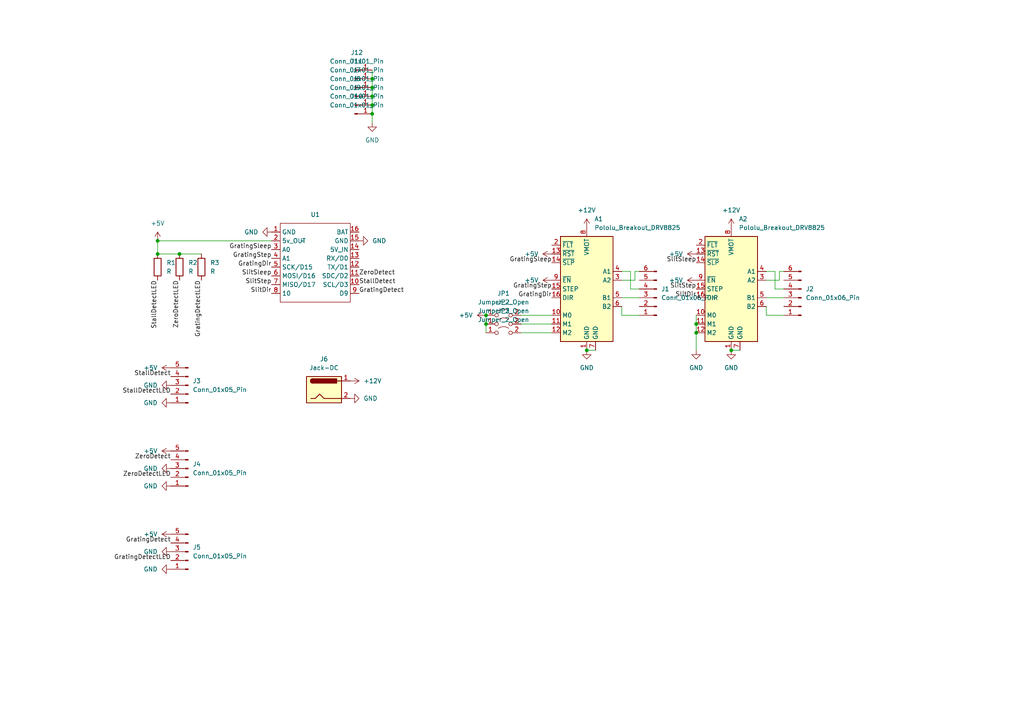
<source format=kicad_sch>
(kicad_sch (version 20230121) (generator eeschema)
  (paper "A4")
  (lib_symbols
    (symbol "Connector:Conn_01x01_Pin" (pin_names (offset 1.016) hide)
      (property "Reference" "J" (at 0 2.54 0))
      (property "Value" "Conn_01x01_Pin" (at 0 -2.54 0))
      (symbol "Conn_01x01_Pin_1_1"
        (polyline (pts (xy 1.27 0) (xy 0.8636 0)) (stroke (width 0.1524)))
        (rectangle (start 0.8636 0.127) (end 0 -0.127) (stroke (width 0.1524)) (fill (type outline)))
        (pin passive line (at 5.08 0 180) (length 3.81) (name "Pin_1") (number "1"))
      )
    )
    (symbol "Connector:Conn_01x05_Pin" (pin_names (offset 1.016) hide)
      (property "Reference" "J" (at 0 7.62 0))
      (property "Value" "Conn_01x05_Pin" (at 0 -7.62 0))
      (symbol "Conn_01x05_Pin_1_1"
        (polyline (pts (xy 1.27 -5.08) (xy 0.8636 -5.08)) (stroke (width 0.1524)))
        (polyline (pts (xy 1.27 -2.54) (xy 0.8636 -2.54)) (stroke (width 0.1524)))
        (polyline (pts (xy 1.27 0) (xy 0.8636 0)) (stroke (width 0.1524)))
        (polyline (pts (xy 1.27 2.54) (xy 0.8636 2.54)) (stroke (width 0.1524)))
        (polyline (pts (xy 1.27 5.08) (xy 0.8636 5.08)) (stroke (width 0.1524)))
        (rectangle (start 0.8636 -4.953) (end 0 -5.207) (stroke (width 0.1524)) (fill (type outline)))
        (rectangle (start 0.8636 -2.413) (end 0 -2.667) (stroke (width 0.1524)) (fill (type outline)))
        (rectangle (start 0.8636 0.127) (end 0 -0.127) (stroke (width 0.1524)) (fill (type outline)))
        (rectangle (start 0.8636 2.667) (end 0 2.413) (stroke (width 0.1524)) (fill (type outline)))
        (rectangle (start 0.8636 5.207) (end 0 4.953) (stroke (width 0.1524)) (fill (type outline)))
        (pin passive line (at 5.08 5.08 180) (length 3.81) (name "Pin_1") (number "1"))
        (pin passive line (at 5.08 2.54 180) (length 3.81) (name "Pin_2") (number "2"))
        (pin passive line (at 5.08 0 180) (length 3.81) (name "Pin_3") (number "3"))
        (pin passive line (at 5.08 -2.54 180) (length 3.81) (name "Pin_4") (number "4"))
        (pin passive line (at 5.08 -5.08 180) (length 3.81) (name "Pin_5") (number "5"))
      )
    )
    (symbol "Connector:Conn_01x06_Pin" (pin_names (offset 1.016) hide)
      (property "Reference" "J" (at 0 7.62 0))
      (property "Value" "Conn_01x06_Pin" (at 0 -10.16 0))
      (symbol "Conn_01x06_Pin_1_1"
        (polyline (pts (xy 1.27 -7.62) (xy 0.8636 -7.62)) (stroke (width 0.1524)))
        (polyline (pts (xy 1.27 -5.08) (xy 0.8636 -5.08)) (stroke (width 0.1524)))
        (polyline (pts (xy 1.27 -2.54) (xy 0.8636 -2.54)) (stroke (width 0.1524)))
        (polyline (pts (xy 1.27 0) (xy 0.8636 0)) (stroke (width 0.1524)))
        (polyline (pts (xy 1.27 2.54) (xy 0.8636 2.54)) (stroke (width 0.1524)))
        (polyline (pts (xy 1.27 5.08) (xy 0.8636 5.08)) (stroke (width 0.1524)))
        (rectangle (start 0.8636 -7.493) (end 0 -7.747) (stroke (width 0.1524)) (fill (type outline)))
        (rectangle (start 0.8636 -4.953) (end 0 -5.207) (stroke (width 0.1524)) (fill (type outline)))
        (rectangle (start 0.8636 -2.413) (end 0 -2.667) (stroke (width 0.1524)) (fill (type outline)))
        (rectangle (start 0.8636 0.127) (end 0 -0.127) (stroke (width 0.1524)) (fill (type outline)))
        (rectangle (start 0.8636 2.667) (end 0 2.413) (stroke (width 0.1524)) (fill (type outline)))
        (rectangle (start 0.8636 5.207) (end 0 4.953) (stroke (width 0.1524)) (fill (type outline)))
        (pin passive line (at 5.08 5.08 180) (length 3.81) (name "Pin_1") (number "1"))
        (pin passive line (at 5.08 2.54 180) (length 3.81) (name "Pin_2") (number "2"))
        (pin passive line (at 5.08 0 180) (length 3.81) (name "Pin_3") (number "3"))
        (pin passive line (at 5.08 -2.54 180) (length 3.81) (name "Pin_4") (number "4"))
        (pin passive line (at 5.08 -5.08 180) (length 3.81) (name "Pin_5") (number "5"))
        (pin passive line (at 5.08 -7.62 180) (length 3.81) (name "Pin_6") (number "6"))
      )
    )
    (symbol "Connector:Jack-DC" (pin_names (offset 1.016))
      (property "Reference" "J" (at 0 5.334 0))
      (property "Value" "Jack-DC" (at 0 -5.08 0))
      (symbol "Jack-DC_0_1"
        (rectangle (start -5.08 3.81) (end 5.08 -3.81) (stroke (width 0.254)) (fill (type background)))
        (arc (start -3.302 3.175) (mid -3.9343 2.54) (end -3.302 1.905) (stroke (width 0.254)))
        (arc (start -3.302 3.175) (mid -3.9343 2.54) (end -3.302 1.905) (stroke (width 0.254)) (fill (type outline)))
        (polyline (pts (xy 5.08 2.54) (xy 3.81 2.54)) (stroke (width 0.254)))
        (polyline (pts (xy -3.81 -2.54) (xy -2.54 -2.54) (xy -1.27 -1.27) (xy 0 -2.54) (xy 2.54 -2.54) (xy 5.08 -2.54)) (stroke (width 0.254)))
        (rectangle (start 3.683 3.175) (end -3.302 1.905) (stroke (width 0.254)) (fill (type outline)))
      )
      (symbol "Jack-DC_1_1"
        (pin passive line (at 7.62 2.54 180) (length 2.54) (name "~") (number "1"))
        (pin passive line (at 7.62 -2.54 180) (length 2.54) (name "~") (number "2"))
      )
    )
    (symbol "Device:R" (pin_numbers hide) (pin_names (offset 0))
      (property "Reference" "R" (at 2.032 0 90))
      (property "Value" "R" (at 0 0 90))
      (symbol "R_0_1"
        (rectangle (start -1.016 -2.54) (end 1.016 2.54) (stroke (width 0.254)))
      )
      (symbol "R_1_1"
        (pin passive line (at 0 3.81 270) (length 1.27) (name "~") (number "1"))
        (pin passive line (at 0 -3.81 90) (length 1.27) (name "~") (number "2"))
      )
    )
    (symbol "Driver_Motor:Pololu_Breakout_DRV8825"
      (property "Reference" "A" (at -2.54 16.51 0))
      (property "Value" "Pololu_Breakout_DRV8825" (at -2.54 13.97 0))
      (symbol "Pololu_Breakout_DRV8825_0_1"
        (rectangle (start 7.62 -17.78) (end -7.62 12.7) (stroke (width 0.254)) (fill (type background)))
      )
      (symbol "Pololu_Breakout_DRV8825_1_1"
        (pin power_in line (at 0 -20.32 90) (length 2.54) (name "GND") (number "1"))
        (pin input line (at -10.16 -10.16 0) (length 2.54) (name "M0") (number "10"))
        (pin input line (at -10.16 -12.7 0) (length 2.54) (name "M1") (number "11"))
        (pin input line (at -10.16 -15.24 0) (length 2.54) (name "M2") (number "12"))
        (pin input line (at -10.16 7.62 0) (length 2.54) (name "~{RST}") (number "13"))
        (pin input line (at -10.16 5.08 0) (length 2.54) (name "~{SLP}") (number "14"))
        (pin input line (at -10.16 -2.54 0) (length 2.54) (name "STEP") (number "15"))
        (pin input line (at -10.16 -5.08 0) (length 2.54) (name "DIR") (number "16"))
        (pin output line (at -10.16 10.16 0) (length 2.54) (name "~{FLT}") (number "2"))
        (pin output line (at 10.16 0 180) (length 2.54) (name "A2") (number "3"))
        (pin output line (at 10.16 2.54 180) (length 2.54) (name "A1") (number "4"))
        (pin output line (at 10.16 -5.08 180) (length 2.54) (name "B1") (number "5"))
        (pin output line (at 10.16 -7.62 180) (length 2.54) (name "B2") (number "6"))
        (pin power_in line (at 2.54 -20.32 90) (length 2.54) (name "GND") (number "7"))
        (pin power_in line (at 0 15.24 270) (length 2.54) (name "VMOT") (number "8"))
        (pin input line (at -10.16 0 0) (length 2.54) (name "~{EN}") (number "9"))
      )
    )
    (symbol "Jumper:Jumper_2_Open" (pin_names (offset 0) hide)
      (property "Reference" "JP" (at 0 2.794 0))
      (property "Value" "Jumper_2_Open" (at 0 -2.286 0))
      (symbol "Jumper_2_Open_0_0"
        (circle (center -2.032 0) (radius 0.508))
        (circle (center 2.032 0) (radius 0.508))
      )
      (symbol "Jumper_2_Open_0_1"
        (arc (start 1.524 1.27) (mid 0 1.778) (end -1.524 1.27))
      )
      (symbol "Jumper_2_Open_1_1"
        (pin passive line (at -5.08 0 0) (length 2.54) (name "A") (number "1"))
        (pin passive line (at 5.08 0 180) (length 2.54) (name "B") (number "2"))
      )
    )
    (symbol "power:+12V" (power) (pin_names (offset 0))
      (property "Value" "+12V" (at 0 3.556 0))
      (symbol "+12V_0_1"
        (polyline (pts (xy -0.762 1.27) (xy 0 2.54)))
        (polyline (pts (xy 0 0) (xy 0 2.54)))
        (polyline (pts (xy 0 2.54) (xy 0.762 1.27)))
      )
      (symbol "+12V_1_1"
        (pin power_in line (at 0 0 90) (length 0) hide (name "+12V") (number "1"))
      )
    )
    (symbol "power:+5V" (power) (pin_names (offset 0))
      (property "Value" "+5V" (at 0 3.556 0))
      (symbol "+5V_0_1"
        (polyline (pts (xy -0.762 1.27) (xy 0 2.54)))
        (polyline (pts (xy 0 0) (xy 0 2.54)))
        (polyline (pts (xy 0 2.54) (xy 0.762 1.27)))
      )
      (symbol "+5V_1_1"
        (pin power_in line (at 0 0 90) (length 0) hide (name "+5V") (number "1"))
      )
    )
    (symbol "power:GND" (power) (pin_names (offset 0))
      (property "Value" "GND" (at 0 -3.81 0))
      (symbol "GND_0_1"
        (polyline (pts (xy 0 0) (xy 0 -1.27) (xy 1.27 -1.27) (xy 0 -2.54) (xy -1.27 -1.27) (xy 0 -1.27)))
      )
      (symbol "GND_1_1"
        (pin power_in line (at 0 0 270) (length 0) hide (name "GND") (number "1"))
      )
    )
    (symbol "uC:Beetle_CM-32U4"
      (property "Reference" "U" (at -3.81 5.08 0))
      (symbol "Beetle_CM-32U4_0_1"
        (polyline (pts (xy -10.16 10.16) (xy -10.16 -12.7) (xy 10.16 -12.7) (xy 10.16 10.16) (xy -10.16 10.16)))
      )
      (symbol "Beetle_CM-32U4_1_1"
        (pin input line (at -12.7 7.62 0) (length 2.54) (name "GND") (number "1"))
        (pin input line (at 12.7 -7.62 180) (length 2.54) (name "SCL/D3") (number "10"))
        (pin input line (at 12.7 -5.08 180) (length 2.54) (name "SDC/D2") (number "11"))
        (pin input line (at 12.7 -2.54 180) (length 2.54) (name "TX/D1") (number "12"))
        (pin input line (at 12.7 0 180) (length 2.54) (name "RX/D0") (number "13"))
        (pin input line (at 12.7 2.54 180) (length 2.54) (name "5V_IN") (number "14"))
        (pin input line (at 12.7 5.08 180) (length 2.54) (name "GND") (number "15"))
        (pin input line (at 12.7 7.62 180) (length 2.54) (name "BAT") (number "16"))
        (pin input line (at -12.7 5.08 0) (length 2.54) (name "5v_OUT") (number "2"))
        (pin input line (at -12.7 2.54 0) (length 2.54) (name "A0") (number "3"))
        (pin input line (at -12.7 0 0) (length 2.54) (name "A1") (number "4"))
        (pin input line (at -12.7 -2.54 0) (length 2.54) (name "SCK/D15") (number "5"))
        (pin input line (at -12.7 -5.08 0) (length 2.54) (name "MOSI/D16") (number "6"))
        (pin input line (at -12.7 -7.62 0) (length 2.54) (name "MISO/D17") (number "7"))
        (pin input line (at -12.7 -10.16 0) (length 2.54) (name "10") (number "8"))
        (pin input line (at 12.7 -10.16 180) (length 2.54) (name "D9") (number "9"))
      )
    )
  )
  (junction (at 201.93 93.98))
  (junction (at 212.09 101.6))
  (junction (at 107.95 30.48))
  (junction (at 45.72 69.85))
  (junction (at 52.07 73.66))
  (junction (at 107.95 27.94))
  (junction (at 107.95 25.4))
  (junction (at 45.72 73.66))
  (junction (at 140.97 93.98))
  (junction (at 170.18 101.6))
  (junction (at 201.93 96.52))
  (junction (at 107.95 22.86))
  (junction (at 107.95 33.02))
  (junction (at 140.97 91.44))
  (wire (pts (xy 170.18 101.6) (xy 172.72 101.6)))
  (wire (pts (xy 201.93 96.52) (xy 201.93 101.6)))
  (wire (pts (xy 182.88 83.82) (xy 185.42 83.82)))
  (wire (pts (xy 140.97 91.44) (xy 140.97 93.98)))
  (wire (pts (xy 222.25 78.74) (xy 224.79 78.74)))
  (wire (pts (xy 222.25 91.44) (xy 227.33 91.44)))
  (wire (pts (xy 180.34 88.9) (xy 180.34 91.44)))
  (wire (pts (xy 224.79 78.74) (xy 224.79 83.82)))
  (wire (pts (xy 107.95 33.02) (xy 107.95 35.56)))
  (wire (pts (xy 107.95 20.32) (xy 107.95 22.86)))
  (wire (pts (xy 107.95 25.4) (xy 107.95 27.94)))
  (wire (pts (xy 151.13 91.44) (xy 160.02 91.44)))
  (wire (pts (xy 224.79 83.82) (xy 227.33 83.82)))
  (wire (pts (xy 184.15 78.74) (xy 185.42 78.74)))
  (wire (pts (xy 45.72 69.85) (xy 45.72 73.66)))
  (wire (pts (xy 201.93 93.98) (xy 201.93 96.52)))
  (wire (pts (xy 222.25 81.28) (xy 226.06 81.28)))
  (wire (pts (xy 222.25 88.9) (xy 222.25 91.44)))
  (wire (pts (xy 107.95 30.48) (xy 107.95 33.02)))
  (wire (pts (xy 107.95 27.94) (xy 107.95 30.48)))
  (wire (pts (xy 212.09 101.6) (xy 214.63 101.6)))
  (wire (pts (xy 140.97 93.98) (xy 140.97 96.52)))
  (wire (pts (xy 45.72 73.66) (xy 52.07 73.66)))
  (wire (pts (xy 201.93 91.44) (xy 201.93 93.98)))
  (wire (pts (xy 78.74 69.85) (xy 45.72 69.85)))
  (wire (pts (xy 226.06 81.28) (xy 226.06 78.74)))
  (wire (pts (xy 52.07 73.66) (xy 58.42 73.66)))
  (wire (pts (xy 151.13 93.98) (xy 160.02 93.98)))
  (wire (pts (xy 184.15 81.28) (xy 184.15 78.74)))
  (wire (pts (xy 107.95 22.86) (xy 107.95 25.4)))
  (wire (pts (xy 180.34 86.36) (xy 185.42 86.36)))
  (wire (pts (xy 180.34 91.44) (xy 185.42 91.44)))
  (wire (pts (xy 151.13 96.52) (xy 160.02 96.52)))
  (wire (pts (xy 222.25 86.36) (xy 227.33 86.36)))
  (wire (pts (xy 182.88 78.74) (xy 182.88 83.82)))
  (wire (pts (xy 180.34 81.28) (xy 184.15 81.28)))
  (wire (pts (xy 226.06 78.74) (xy 227.33 78.74)))
  (wire (pts (xy 180.34 78.74) (xy 182.88 78.74)))
  (label "StallDetect" (at 49.53 109.22 180))
  (label "GratingStep" (at 78.74 74.93 180))
  (label "StallDetectLED" (at 45.72 81.28 270))
  (label "GratingDetectLED" (at 49.53 162.56 180))
  (label "SlitDir" (at 78.74 85.09 180))
  (label "GratingDetectLED" (at 58.42 81.28 270))
  (label "ZeroDetect" (at 49.53 133.35 180))
  (label "GratingStep" (at 160.02 83.82 180))
  (label "SlitDir" (at 201.93 86.36 180))
  (label "GratingSleep" (at 78.74 72.39 180))
  (label "SlitSleep" (at 201.93 76.2 180))
  (label "GratingSleep" (at 160.02 76.2 180))
  (label "GratingDetect" (at 49.53 157.48 180))
  (label "ZeroDetectLED" (at 49.53 138.43 180))
  (label "StallDetectLED" (at 49.53 114.3 180))
  (label "SlitSleep" (at 78.74 80.01 180))
  (label "SlitStep" (at 78.74 82.55 180))
  (label "GratingDetect" (at 104.14 85.09 0))
  (label "ZeroDetect" (at 104.14 80.01 0))
  (label "StallDetect" (at 104.14 82.55 0))
  (label "SlitStep" (at 201.93 83.82 180))
  (label "GratingDir" (at 160.02 86.36 180))
  (label "GratingDir" (at 78.74 77.47 180))
  (label "ZeroDetectLED" (at 52.07 81.28 270))
  (symbol (lib_id "Jumper:Jumper_2_Open") (at 146.05 91.44 0) (unit 1)
    (property "Reference" "JP1" (at 146.05 85.09 0))
    (property "Value" "Jumper_2_Open" (at 146.05 87.63 0))
    (property "Footprint" "Jumper:SolderJumper-2_P1.3mm_Open_TrianglePad1.0x1.5mm" (effects hide))
  )
  (symbol (lib_id "power:+12V") (at 170.18 66.04 0) (unit 1)
    (property "Reference" "#PWR011" (effects hide))
    (property "Value" "+12V" (at 170.18 60.96 0))
  )
  (symbol (lib_id "power:GND") (at 49.53 165.1 270) (unit 1)
    (property "Reference" "#PWR028" (effects hide))
    (property "Value" "GND" (at 45.72 165.1 90) (effects (justify right)))
  )
  (symbol (lib_id "Connector:Jack-DC") (at 93.98 113.03 0) (unit 1)
    (property "Reference" "J6" (at 93.98 104.14 0))
    (property "Value" "Jack-DC" (at 93.98 106.68 0))
    (property "Footprint" "uC:power" (effects hide))
  )
  (symbol (lib_id "power:+5V") (at 201.93 81.28 90) (unit 1)
    (property "Reference" "#PWR022" (effects hide))
    (property "Value" "+5V" (at 198.12 81.28 90) (effects (justify left)))
  )
  (symbol (lib_id "power:GND") (at 212.09 101.6 0) (unit 1)
    (property "Reference" "#PWR010" (effects hide))
    (property "Value" "GND" (at 212.09 106.68 0))
  )
  (symbol (lib_id "Connector:Conn_01x01_Pin") (at 102.87 20.32 0) (unit 1)
    (property "Reference" "J12" (at 103.505 15.24 0))
    (property "Value" "Conn_01x01_Pin" (at 103.505 17.78 0))
    (property "Footprint" "uC:air jump" (effects hide))
  )
  (symbol (lib_id "Connector:Conn_01x01_Pin") (at 102.87 27.94 0) (unit 1)
    (property "Reference" "J8" (at 103.505 22.86 0))
    (property "Value" "Conn_01x01_Pin" (at 103.505 25.4 0))
    (property "Footprint" "uC:air jump" (effects hide))
  )
  (symbol (lib_id "Connector:Conn_01x06_Pin") (at 190.5 86.36 180) (unit 1)
    (property "Reference" "J1" (at 191.77 83.82 0) (effects (justify right)))
    (property "Value" "Conn_01x06_Pin" (at 191.77 86.36 0) (effects (justify right)))
    (property "Footprint" "uC:1x06_BoardEdge" (effects hide))
  )
  (symbol (lib_id "Connector:Conn_01x05_Pin") (at 54.61 111.76 180) (unit 1)
    (property "Reference" "J3" (at 55.88 110.49 0) (effects (justify right)))
    (property "Value" "Conn_01x05_Pin" (at 55.88 113.03 0) (effects (justify right)))
    (property "Footprint" "uC:1x05_BoardEdge" (effects hide))
  )
  (symbol (lib_id "Connector:Conn_01x05_Pin") (at 54.61 135.89 180) (unit 1)
    (property "Reference" "J4" (at 55.88 134.62 0) (effects (justify right)))
    (property "Value" "Conn_01x05_Pin" (at 55.88 137.16 0) (effects (justify right)))
    (property "Footprint" "uC:1x05_BoardEdge" (effects hide))
  )
  (symbol (lib_id "power:+12V") (at 101.6 110.49 270) (unit 1)
    (property "Reference" "#PWR04" (effects hide))
    (property "Value" "+12V" (at 105.41 110.49 90) (effects (justify left)))
  )
  (symbol (lib_id "Connector:Conn_01x01_Pin") (at 102.87 30.48 0) (unit 1)
    (property "Reference" "J9" (at 103.505 25.4 0))
    (property "Value" "Conn_01x01_Pin" (at 103.505 27.94 0))
    (property "Footprint" "uC:air jump" (effects hide))
  )
  (symbol (lib_id "Device:R") (at 45.72 77.47 0) (unit 1)
    (property "Reference" "R1" (at 48.26 76.2 0) (effects (justify left)))
    (property "Value" "R" (at 48.26 78.74 0) (effects (justify left)))
    (property "Footprint" "Resistor_SMD:R_0805_2012Metric" (effects hide))
  )
  (symbol (lib_id "power:GND") (at 49.53 111.76 270) (unit 1)
    (property "Reference" "#PWR016" (effects hide))
    (property "Value" "GND" (at 45.72 111.76 90) (effects (justify right)))
  )
  (symbol (lib_id "power:GND") (at 104.14 69.85 90) (unit 1)
    (property "Reference" "#PWR03" (effects hide))
    (property "Value" "GND" (at 107.95 69.85 90) (effects (justify right)))
  )
  (symbol (lib_id "Driver_Motor:Pololu_Breakout_DRV8825") (at 170.18 81.28 0) (unit 1)
    (property "Reference" "A1" (at 172.3741 63.5 0) (effects (justify left)))
    (property "Value" "Pololu_Breakout_DRV8825" (at 172.3741 66.04 0) (effects (justify left)))
    (property "Footprint" "uC:Pololu_Breakout-16_15.2x20.3mm" (effects hide))
    (property "Datasheet" "https://www.pololu.com/product/2982" (effects hide))
  )
  (symbol (lib_id "Device:R") (at 58.42 77.47 0) (unit 1)
    (property "Reference" "R3" (at 60.96 76.2 0) (effects (justify left)))
    (property "Value" "R" (at 60.96 78.74 0) (effects (justify left)))
    (property "Footprint" "Resistor_SMD:R_0805_2012Metric" (effects hide))
  )
  (symbol (lib_id "power:+5V") (at 49.53 106.68 90) (unit 1)
    (property "Reference" "#PWR015" (effects hide))
    (property "Value" "+5V" (at 45.72 106.68 90) (effects (justify left)))
  )
  (symbol (lib_id "uC:Beetle_CM-32U4") (at 91.44 74.93 0) (unit 1)
    (property "Reference" "U1" (at 91.44 62.23 0))
    (property "Value" "~" (at 87.63 69.85 0))
    (property "Footprint" "uC:Beetle_CM-32U4" (effects hide))
  )
  (symbol (lib_id "power:+5V") (at 201.93 73.66 90) (unit 1)
    (property "Reference" "#PWR021" (effects hide))
    (property "Value" "+5V" (at 198.12 73.66 90) (effects (justify left)))
  )
  (symbol (lib_id "Connector:Conn_01x01_Pin") (at 102.87 33.02 0) (unit 1)
    (property "Reference" "J10" (at 103.505 27.94 0))
    (property "Value" "Conn_01x01_Pin" (at 103.505 30.48 0))
    (property "Footprint" "uC:air jump" (effects hide))
  )
  (symbol (lib_id "power:GND") (at 49.53 140.97 270) (unit 1)
    (property "Reference" "#PWR027" (effects hide))
    (property "Value" "GND" (at 45.72 140.97 90) (effects (justify right)))
  )
  (symbol (lib_id "power:+5V") (at 160.02 73.66 90) (unit 1)
    (property "Reference" "#PWR019" (effects hide))
    (property "Value" "+5V" (at 156.21 73.66 90) (effects (justify left)))
  )
  (symbol (lib_id "power:+5V") (at 45.72 69.85 0) (unit 1)
    (property "Reference" "#PWR014" (effects hide))
    (property "Value" "+5V" (at 45.72 64.77 0))
  )
  (symbol (lib_id "Connector:Conn_01x05_Pin") (at 54.61 160.02 180) (unit 1)
    (property "Reference" "J5" (at 55.88 158.75 0) (effects (justify right)))
    (property "Value" "Conn_01x05_Pin" (at 55.88 161.29 0) (effects (justify right)))
    (property "Footprint" "uC:1x05_BoardEdge" (effects hide))
  )
  (symbol (lib_id "power:GND") (at 170.18 101.6 0) (unit 1)
    (property "Reference" "#PWR01" (effects hide))
    (property "Value" "GND" (at 170.18 106.68 0))
  )
  (symbol (lib_id "power:GND") (at 101.6 115.57 90) (unit 1)
    (property "Reference" "#PWR05" (effects hide))
    (property "Value" "GND" (at 105.41 115.57 90) (effects (justify right)))
  )
  (symbol (lib_id "Connector:Conn_01x06_Pin") (at 232.41 86.36 180) (unit 1)
    (property "Reference" "J2" (at 233.68 83.82 0) (effects (justify right)))
    (property "Value" "Conn_01x06_Pin" (at 233.68 86.36 0) (effects (justify right)))
    (property "Footprint" "uC:1x06_BoardEdge" (effects hide))
  )
  (symbol (lib_id "power:GND") (at 201.93 101.6 0) (unit 1)
    (property "Reference" "#PWR013" (effects hide))
    (property "Value" "GND" (at 201.93 106.68 0))
  )
  (symbol (lib_id "power:GND") (at 107.95 35.56 0) (unit 1)
    (property "Reference" "#PWR06" (effects hide))
    (property "Value" "GND" (at 107.95 40.64 0))
  )
  (symbol (lib_id "power:GND") (at 49.53 135.89 270) (unit 1)
    (property "Reference" "#PWR017" (effects hide))
    (property "Value" "GND" (at 45.72 135.89 90) (effects (justify right)))
  )
  (symbol (lib_id "power:+5V") (at 160.02 81.28 90) (unit 1)
    (property "Reference" "#PWR020" (effects hide))
    (property "Value" "+5V" (at 156.21 81.28 90) (effects (justify left)))
  )
  (symbol (lib_id "power:+5V") (at 49.53 130.81 90) (unit 1)
    (property "Reference" "#PWR023" (effects hide))
    (property "Value" "+5V" (at 45.72 130.81 90) (effects (justify left)))
  )
  (symbol (lib_id "Device:R") (at 52.07 77.47 0) (unit 1)
    (property "Reference" "R2" (at 54.61 76.2 0) (effects (justify left)))
    (property "Value" "R" (at 54.61 78.74 0) (effects (justify left)))
    (property "Footprint" "Resistor_SMD:R_0805_2012Metric" (effects hide))
  )
  (symbol (lib_id "Jumper:Jumper_2_Open") (at 146.05 93.98 0) (unit 1)
    (property "Reference" "JP2" (at 146.05 87.63 0))
    (property "Value" "Jumper_2_Open" (at 146.05 90.17 0))
    (property "Footprint" "Jumper:SolderJumper-2_P1.3mm_Open_TrianglePad1.0x1.5mm" (effects hide))
  )
  (symbol (lib_id "Driver_Motor:Pololu_Breakout_DRV8825") (at 212.09 81.28 0) (unit 1)
    (property "Reference" "A2" (at 214.2841 63.5 0) (effects (justify left)))
    (property "Value" "Pololu_Breakout_DRV8825" (at 214.2841 66.04 0) (effects (justify left)))
    (property "Footprint" "uC:Pololu_Breakout-16_15.2x20.3mm" (effects hide))
    (property "Datasheet" "https://www.pololu.com/product/2982" (effects hide))
  )
  (symbol (lib_id "power:GND") (at 49.53 116.84 270) (unit 1)
    (property "Reference" "#PWR026" (effects hide))
    (property "Value" "GND" (at 45.72 116.84 90) (effects (justify right)))
  )
  (symbol (lib_id "power:GND") (at 49.53 160.02 270) (unit 1)
    (property "Reference" "#PWR025" (effects hide))
    (property "Value" "GND" (at 45.72 160.02 90) (effects (justify right)))
  )
  (symbol (lib_id "Jumper:Jumper_2_Open") (at 146.05 96.52 0) (unit 1)
    (property "Reference" "JP3" (at 146.05 90.17 0))
    (property "Value" "Jumper_2_Open" (at 146.05 92.71 0))
    (property "Footprint" "Jumper:SolderJumper-2_P1.3mm_Open_TrianglePad1.0x1.5mm" (effects hide))
  )
  (symbol (lib_id "Connector:Conn_01x01_Pin") (at 102.87 22.86 0) (unit 1)
    (property "Reference" "J11" (at 103.505 17.78 0))
    (property "Value" "Conn_01x01_Pin" (at 103.505 20.32 0))
    (property "Footprint" "uC:air jump" (effects hide))
  )
  (symbol (lib_id "power:+5V") (at 140.97 91.44 90) (unit 1)
    (property "Reference" "#PWR018" (effects hide))
    (property "Value" "+5V" (at 137.16 91.44 90) (effects (justify left)))
  )
  (symbol (lib_id "power:+5V") (at 49.53 154.94 90) (unit 1)
    (property "Reference" "#PWR024" (effects hide))
    (property "Value" "+5V" (at 45.72 154.94 90) (effects (justify left)))
  )
  (symbol (lib_id "power:GND") (at 78.74 67.31 270) (unit 1)
    (property "Reference" "#PWR02" (effects hide))
    (property "Value" "GND" (at 74.93 67.31 90) (effects (justify right)))
  )
  (symbol (lib_id "power:+12V") (at 212.09 66.04 0) (unit 1)
    (property "Reference" "#PWR012" (effects hide))
    (property "Value" "+12V" (at 212.09 60.96 0))
  )
  (symbol (lib_id "Connector:Conn_01x01_Pin") (at 102.87 25.4 0) (unit 1)
    (property "Reference" "J7" (at 103.505 20.32 0))
    (property "Value" "Conn_01x01_Pin" (at 103.505 22.86 0))
    (property "Footprint" "uC:air jump" (effects hide))
  )
)
</source>
